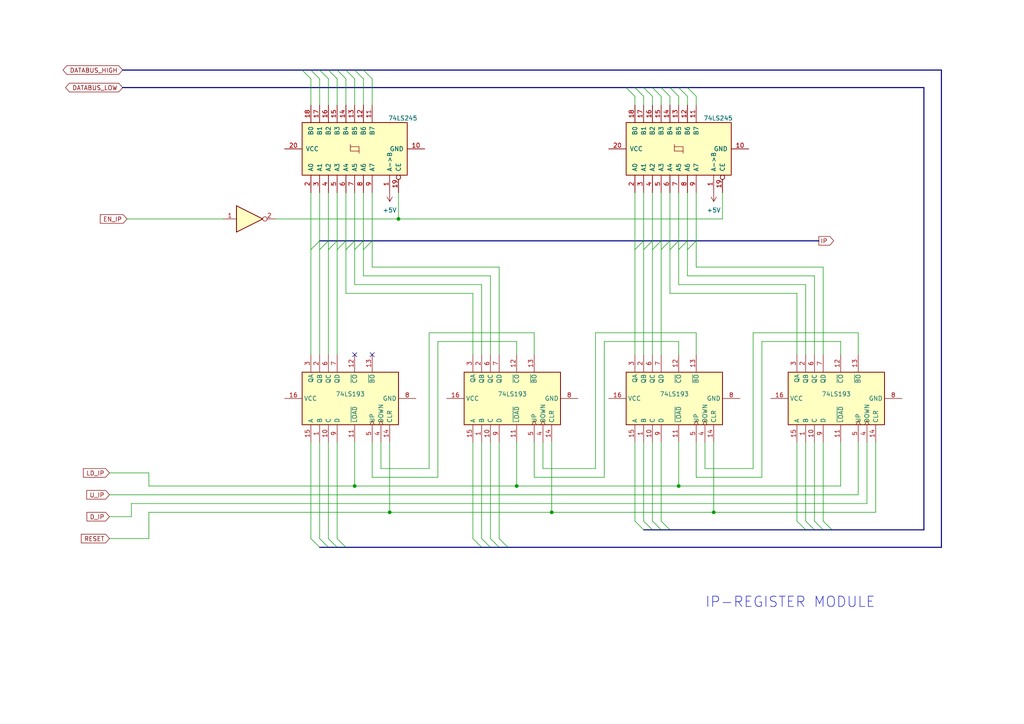
<source format=kicad_sch>
(kicad_sch (version 20230121) (generator eeschema)
  (paper "A4")
  (lib_symbols
    (symbol "74xx:74LS04"
      (property "Reference" "U" (at 0 1.27 0))
      (property "Value" "74LS04" (at 0 -1.27 0))
      (symbol "74LS04_1_0"
        (polyline (pts (xy -3.81 3.81) (xy -3.81 -3.81) (xy 3.81 0) (xy -3.81 3.81)) (stroke (width 0.254)) (fill (type background)))
        (pin input line (at -7.62 0 0) (length 3.81) (name "~") (number "1"))
        (pin output inverted (at 7.62 0 180) (length 3.81) (name "~") (number "2"))
      )
      (symbol "74LS04_2_0"
        (polyline (pts (xy -3.81 3.81) (xy -3.81 -3.81) (xy 3.81 0) (xy -3.81 3.81)) (stroke (width 0.254)) (fill (type background)))
        (pin input line (at -7.62 0 0) (length 3.81) (name "~") (number "3"))
        (pin output inverted (at 7.62 0 180) (length 3.81) (name "~") (number "4"))
      )
      (symbol "74LS04_3_0"
        (polyline (pts (xy -3.81 3.81) (xy -3.81 -3.81) (xy 3.81 0) (xy -3.81 3.81)) (stroke (width 0.254)) (fill (type background)))
        (pin input line (at -7.62 0 0) (length 3.81) (name "~") (number "5"))
        (pin output inverted (at 7.62 0 180) (length 3.81) (name "~") (number "6"))
      )
      (symbol "74LS04_4_0"
        (polyline (pts (xy -3.81 3.81) (xy -3.81 -3.81) (xy 3.81 0) (xy -3.81 3.81)) (stroke (width 0.254)) (fill (type background)))
        (pin output inverted (at 7.62 0 180) (length 3.81) (name "~") (number "8"))
        (pin input line (at -7.62 0 0) (length 3.81) (name "~") (number "9"))
      )
      (symbol "74LS04_5_0"
        (polyline (pts (xy -3.81 3.81) (xy -3.81 -3.81) (xy 3.81 0) (xy -3.81 3.81)) (stroke (width 0.254)) (fill (type background)))
        (pin output inverted (at 7.62 0 180) (length 3.81) (name "~") (number "10"))
        (pin input line (at -7.62 0 0) (length 3.81) (name "~") (number "11"))
      )
      (symbol "74LS04_6_0"
        (polyline (pts (xy -3.81 3.81) (xy -3.81 -3.81) (xy 3.81 0) (xy -3.81 3.81)) (stroke (width 0.254)) (fill (type background)))
        (pin output inverted (at 7.62 0 180) (length 3.81) (name "~") (number "12"))
        (pin input line (at -7.62 0 0) (length 3.81) (name "~") (number "13"))
      )
      (symbol "74LS04_7_0"
        (pin power_in line (at 0 12.7 270) (length 5.08) (name "VCC") (number "14"))
        (pin power_in line (at 0 -12.7 90) (length 5.08) (name "GND") (number "7"))
      )
      (symbol "74LS04_7_1"
        (rectangle (start -5.08 7.62) (end 5.08 -7.62) (stroke (width 0.254)) (fill (type background)))
      )
    )
    (symbol "74xx:74LS193"
      (property "Reference" "U" (at -7.62 13.97 0))
      (property "Value" "74LS193" (at 5.08 13.97 0))
      (symbol "74LS193_1_0"
        (pin input line (at -12.7 7.62 0) (length 5.08) (name "B") (number "1"))
        (pin input line (at -12.7 5.08 0) (length 5.08) (name "C") (number "10"))
        (pin input line (at -12.7 -2.54 0) (length 5.08) (name "~{LOAD}") (number "11"))
        (pin output line (at 12.7 -2.54 180) (length 5.08) (name "~{CO}") (number "12"))
        (pin output line (at 12.7 -7.62 180) (length 5.08) (name "~{BO}") (number "13"))
        (pin input line (at -12.7 -12.7 0) (length 5.08) (name "CLR") (number "14"))
        (pin input line (at -12.7 10.16 0) (length 5.08) (name "A") (number "15"))
        (pin power_in line (at 0 17.78 270) (length 5.08) (name "VCC") (number "16"))
        (pin output line (at 12.7 7.62 180) (length 5.08) (name "QB") (number "2"))
        (pin output line (at 12.7 10.16 180) (length 5.08) (name "QA") (number "3"))
        (pin input clock (at -12.7 -10.16 0) (length 5.08) (name "DOWN") (number "4"))
        (pin input clock (at -12.7 -7.62 0) (length 5.08) (name "UP") (number "5"))
        (pin output line (at 12.7 5.08 180) (length 5.08) (name "QC") (number "6"))
        (pin output line (at 12.7 2.54 180) (length 5.08) (name "QD") (number "7"))
        (pin power_in line (at 0 -20.32 90) (length 5.08) (name "GND") (number "8"))
        (pin input line (at -12.7 2.54 0) (length 5.08) (name "D") (number "9"))
      )
      (symbol "74LS193_1_1"
        (rectangle (start -7.62 12.7) (end 7.62 -15.24) (stroke (width 0.254)) (fill (type background)))
      )
    )
    (symbol "74xx:74LS245" (pin_names (offset 1.016))
      (property "Reference" "U" (at -7.62 16.51 0))
      (property "Value" "74LS245" (at -7.62 -16.51 0))
      (symbol "74LS245_1_0"
        (polyline (pts (xy -0.635 -1.27) (xy -0.635 1.27) (xy 0.635 1.27)))
        (polyline (pts (xy -1.27 -1.27) (xy 0.635 -1.27) (xy 0.635 1.27) (xy 1.27 1.27)))
        (pin input line (at -12.7 -10.16 0) (length 5.08) (name "A->B") (number "1"))
        (pin power_in line (at 0 -20.32 90) (length 5.08) (name "GND") (number "10"))
        (pin tri_state line (at 12.7 -5.08 180) (length 5.08) (name "B7") (number "11"))
        (pin tri_state line (at 12.7 -2.54 180) (length 5.08) (name "B6") (number "12"))
        (pin tri_state line (at 12.7 0 180) (length 5.08) (name "B5") (number "13"))
        (pin tri_state line (at 12.7 2.54 180) (length 5.08) (name "B4") (number "14"))
        (pin tri_state line (at 12.7 5.08 180) (length 5.08) (name "B3") (number "15"))
        (pin tri_state line (at 12.7 7.62 180) (length 5.08) (name "B2") (number "16"))
        (pin tri_state line (at 12.7 10.16 180) (length 5.08) (name "B1") (number "17"))
        (pin tri_state line (at 12.7 12.7 180) (length 5.08) (name "B0") (number "18"))
        (pin input inverted (at -12.7 -12.7 0) (length 5.08) (name "CE") (number "19"))
        (pin tri_state line (at -12.7 12.7 0) (length 5.08) (name "A0") (number "2"))
        (pin power_in line (at 0 20.32 270) (length 5.08) (name "VCC") (number "20"))
        (pin tri_state line (at -12.7 10.16 0) (length 5.08) (name "A1") (number "3"))
        (pin tri_state line (at -12.7 7.62 0) (length 5.08) (name "A2") (number "4"))
        (pin tri_state line (at -12.7 5.08 0) (length 5.08) (name "A3") (number "5"))
        (pin tri_state line (at -12.7 2.54 0) (length 5.08) (name "A4") (number "6"))
        (pin tri_state line (at -12.7 0 0) (length 5.08) (name "A5") (number "7"))
        (pin tri_state line (at -12.7 -2.54 0) (length 5.08) (name "A6") (number "8"))
        (pin tri_state line (at -12.7 -5.08 0) (length 5.08) (name "A7") (number "9"))
      )
      (symbol "74LS245_1_1"
        (rectangle (start -7.62 15.24) (end 7.62 -15.24) (stroke (width 0.254)) (fill (type background)))
      )
    )
    (symbol "power:+5V" (power) (pin_names (offset 0))
      (property "Value" "+5V" (at 0 3.556 0))
      (symbol "+5V_0_1"
        (polyline (pts (xy -0.762 1.27) (xy 0 2.54)))
        (polyline (pts (xy 0 0) (xy 0 2.54)))
        (polyline (pts (xy 0 2.54) (xy 0.762 1.27)))
      )
      (symbol "+5V_1_1"
        (pin power_in line (at 0 0 90) (length 0) hide (name "+5V") (number "1"))
      )
    )
  )
  (junction (at 115.57 63.5))
  (junction (at 196.85 140.97))
  (junction (at 160.02 148.59))
  (junction (at 102.87 140.97))
  (junction (at 149.86 140.97))
  (junction (at 207.01 148.59))
  (junction (at 113.03 148.59))
  (no_connect (at 107.95 102.87))
  (no_connect (at 102.87 102.87))
  (bus_entry (at 100.33 20.32) (size 2.54 2.54))
  (bus_entry (at 196.85 72.39) (size 2.54 -2.54))
  (bus_entry (at 194.31 72.39) (size 2.54 -2.54))
  (bus_entry (at 97.79 72.39) (size 2.54 -2.54))
  (bus_entry (at 97.79 158.75) (size -2.54 -2.54))
  (bus_entry (at 92.71 72.39) (size 2.54 -2.54))
  (bus_entry (at 189.23 25.4) (size 2.54 2.54))
  (bus_entry (at 194.31 25.4) (size 2.54 2.54))
  (bus_entry (at 191.77 153.67) (size -2.54 -2.54))
  (bus_entry (at 97.79 20.32) (size 2.54 2.54))
  (bus_entry (at 139.7 158.75) (size -2.54 -2.54))
  (bus_entry (at 90.17 20.32) (size 2.54 2.54))
  (bus_entry (at 241.3 153.67) (size -2.54 -2.54))
  (bus_entry (at 95.25 72.39) (size 2.54 -2.54))
  (bus_entry (at 95.25 158.75) (size -2.54 -2.54))
  (bus_entry (at 100.33 158.75) (size -2.54 -2.54))
  (bus_entry (at 199.39 25.4) (size 2.54 2.54))
  (bus_entry (at 181.61 25.4) (size 2.54 2.54))
  (bus_entry (at 87.63 20.32) (size 2.54 2.54))
  (bus_entry (at 105.41 20.32) (size 2.54 2.54))
  (bus_entry (at 102.87 20.32) (size 2.54 2.54))
  (bus_entry (at 92.71 20.32) (size 2.54 2.54))
  (bus_entry (at 184.15 25.4) (size 2.54 2.54))
  (bus_entry (at 95.25 20.32) (size 2.54 2.54))
  (bus_entry (at 184.15 72.39) (size 2.54 -2.54))
  (bus_entry (at 189.23 153.67) (size -2.54 -2.54))
  (bus_entry (at 186.69 153.67) (size -2.54 -2.54))
  (bus_entry (at 92.71 158.75) (size -2.54 -2.54))
  (bus_entry (at 100.33 72.39) (size 2.54 -2.54))
  (bus_entry (at 105.41 72.39) (size 2.54 -2.54))
  (bus_entry (at 238.76 153.67) (size -2.54 -2.54))
  (bus_entry (at 194.31 153.67) (size -2.54 -2.54))
  (bus_entry (at 233.68 153.67) (size -2.54 -2.54))
  (bus_entry (at 189.23 72.39) (size 2.54 -2.54))
  (bus_entry (at 191.77 25.4) (size 2.54 2.54))
  (bus_entry (at 236.22 153.67) (size -2.54 -2.54))
  (bus_entry (at 199.39 72.39) (size 2.54 -2.54))
  (bus_entry (at 90.17 72.39) (size 2.54 -2.54))
  (bus_entry (at 102.87 72.39) (size 2.54 -2.54))
  (bus_entry (at 147.32 158.75) (size -2.54 -2.54))
  (bus_entry (at 142.24 158.75) (size -2.54 -2.54))
  (bus_entry (at 186.69 25.4) (size 2.54 2.54))
  (bus_entry (at 196.85 25.4) (size 2.54 2.54))
  (bus_entry (at 191.77 72.39) (size 2.54 -2.54))
  (bus_entry (at 186.69 72.39) (size 2.54 -2.54))
  (bus_entry (at 144.78 158.75) (size -2.54 -2.54))
  (wire (pts (xy 115.57 63.5) (xy 115.57 55.88)))
  (wire (pts (xy 209.55 63.5) (xy 209.55 55.88)))
  (wire (pts (xy 43.18 137.16) (xy 43.18 140.97)))
  (wire (pts (xy 105.41 22.86) (xy 105.41 30.48)))
  (wire (pts (xy 107.95 22.86) (xy 107.95 30.48)))
  (wire (pts (xy 196.85 55.88) (xy 196.85 69.85)))
  (wire (pts (xy 199.39 55.88) (xy 199.39 69.85)))
  (wire (pts (xy 160.02 148.59) (xy 207.01 148.59)))
  (bus (pts (xy 95.25 69.85) (xy 97.79 69.85)))
  (wire (pts (xy 196.85 128.27) (xy 196.85 140.97)))
  (wire (pts (xy 248.92 128.27) (xy 248.92 143.51)))
  (wire (pts (xy 105.41 80.01) (xy 142.24 80.01)))
  (wire (pts (xy 142.24 128.27) (xy 142.24 156.21)))
  (bus (pts (xy 105.41 69.85) (xy 107.95 69.85)))
  (wire (pts (xy 220.98 138.43) (xy 201.93 138.43)))
  (wire (pts (xy 92.71 72.39) (xy 92.71 102.87)))
  (wire (pts (xy 243.84 99.06) (xy 220.98 99.06)))
  (wire (pts (xy 186.69 55.88) (xy 186.69 69.85)))
  (bus (pts (xy 186.69 153.67) (xy 189.23 153.67)))
  (wire (pts (xy 186.69 72.39) (xy 186.69 102.87)))
  (wire (pts (xy 238.76 77.47) (xy 238.76 102.87)))
  (wire (pts (xy 113.03 128.27) (xy 113.03 148.59)))
  (wire (pts (xy 105.41 72.39) (xy 105.41 80.01)))
  (bus (pts (xy 196.85 69.85) (xy 199.39 69.85)))
  (wire (pts (xy 43.18 156.21) (xy 43.18 148.59)))
  (wire (pts (xy 236.22 80.01) (xy 236.22 102.87)))
  (wire (pts (xy 95.25 22.86) (xy 95.25 30.48)))
  (wire (pts (xy 175.26 99.06) (xy 175.26 138.43)))
  (wire (pts (xy 95.25 55.88) (xy 95.25 69.85)))
  (bus (pts (xy 194.31 69.85) (xy 196.85 69.85)))
  (wire (pts (xy 233.68 82.55) (xy 233.68 102.87)))
  (wire (pts (xy 137.16 85.09) (xy 137.16 102.87)))
  (wire (pts (xy 43.18 148.59) (xy 113.03 148.59)))
  (wire (pts (xy 110.49 135.89) (xy 124.46 135.89)))
  (wire (pts (xy 107.95 138.43) (xy 107.95 128.27)))
  (bus (pts (xy 147.32 158.75) (xy 273.05 158.75)))
  (wire (pts (xy 102.87 140.97) (xy 149.86 140.97)))
  (wire (pts (xy 204.47 135.89) (xy 218.44 135.89)))
  (wire (pts (xy 194.31 85.09) (xy 231.14 85.09)))
  (bus (pts (xy 100.33 20.32) (xy 102.87 20.32)))
  (wire (pts (xy 201.93 55.88) (xy 201.93 69.85)))
  (wire (pts (xy 175.26 138.43) (xy 154.94 138.43)))
  (wire (pts (xy 105.41 69.85) (xy 105.41 72.39)))
  (bus (pts (xy 186.69 25.4) (xy 189.23 25.4)))
  (wire (pts (xy 92.71 22.86) (xy 92.71 30.48)))
  (bus (pts (xy 201.93 69.85) (xy 237.49 69.85)))
  (wire (pts (xy 43.18 140.97) (xy 102.87 140.97)))
  (bus (pts (xy 92.71 69.85) (xy 95.25 69.85)))
  (bus (pts (xy 186.69 69.85) (xy 189.23 69.85)))
  (wire (pts (xy 102.87 128.27) (xy 102.87 140.97)))
  (wire (pts (xy 100.33 69.85) (xy 100.33 72.39)))
  (wire (pts (xy 191.77 27.94) (xy 191.77 30.48)))
  (bus (pts (xy 196.85 25.4) (xy 199.39 25.4)))
  (wire (pts (xy 191.77 55.88) (xy 191.77 69.85)))
  (wire (pts (xy 196.85 99.06) (xy 175.26 99.06)))
  (wire (pts (xy 243.84 128.27) (xy 243.84 140.97)))
  (bus (pts (xy 236.22 153.67) (xy 238.76 153.67)))
  (bus (pts (xy 181.61 25.4) (xy 184.15 25.4)))
  (wire (pts (xy 184.15 55.88) (xy 184.15 72.39)))
  (wire (pts (xy 105.41 55.88) (xy 105.41 69.85)))
  (wire (pts (xy 97.79 22.86) (xy 97.79 30.48)))
  (wire (pts (xy 139.7 128.27) (xy 139.7 156.21)))
  (wire (pts (xy 218.44 96.52) (xy 248.92 96.52)))
  (wire (pts (xy 149.86 140.97) (xy 196.85 140.97)))
  (wire (pts (xy 196.85 102.87) (xy 196.85 99.06)))
  (bus (pts (xy 92.71 20.32) (xy 95.25 20.32)))
  (wire (pts (xy 38.1 149.86) (xy 38.1 146.05)))
  (wire (pts (xy 107.95 69.85) (xy 107.95 77.47)))
  (wire (pts (xy 160.02 128.27) (xy 160.02 148.59)))
  (wire (pts (xy 191.77 72.39) (xy 191.77 102.87)))
  (wire (pts (xy 189.23 128.27) (xy 189.23 151.13)))
  (bus (pts (xy 194.31 153.67) (xy 233.68 153.67)))
  (wire (pts (xy 110.49 128.27) (xy 110.49 135.89)))
  (wire (pts (xy 199.39 72.39) (xy 199.39 80.01)))
  (wire (pts (xy 194.31 72.39) (xy 194.31 85.09)))
  (wire (pts (xy 199.39 69.85) (xy 199.39 72.39)))
  (wire (pts (xy 184.15 72.39) (xy 184.15 102.87)))
  (bus (pts (xy 92.71 158.75) (xy 95.25 158.75)))
  (bus (pts (xy 191.77 25.4) (xy 194.31 25.4)))
  (wire (pts (xy 144.78 77.47) (xy 144.78 102.87)))
  (wire (pts (xy 194.31 55.88) (xy 194.31 69.85)))
  (wire (pts (xy 194.31 69.85) (xy 194.31 72.39)))
  (wire (pts (xy 189.23 72.39) (xy 189.23 102.87)))
  (wire (pts (xy 172.72 135.89) (xy 157.48 135.89)))
  (wire (pts (xy 100.33 85.09) (xy 137.16 85.09)))
  (bus (pts (xy 102.87 69.85) (xy 105.41 69.85)))
  (bus (pts (xy 100.33 158.75) (xy 139.7 158.75)))
  (wire (pts (xy 100.33 72.39) (xy 100.33 85.09)))
  (wire (pts (xy 220.98 99.06) (xy 220.98 138.43)))
  (wire (pts (xy 142.24 80.01) (xy 142.24 102.87)))
  (wire (pts (xy 196.85 72.39) (xy 196.85 82.55)))
  (bus (pts (xy 199.39 25.4) (xy 267.97 25.4)))
  (wire (pts (xy 201.93 96.52) (xy 172.72 96.52)))
  (wire (pts (xy 127 99.06) (xy 127 138.43)))
  (wire (pts (xy 191.77 69.85) (xy 191.77 72.39)))
  (wire (pts (xy 254 128.27) (xy 254 148.59)))
  (bus (pts (xy 97.79 158.75) (xy 100.33 158.75)))
  (wire (pts (xy 172.72 96.52) (xy 172.72 135.89)))
  (wire (pts (xy 31.75 149.86) (xy 38.1 149.86)))
  (wire (pts (xy 80.01 63.5) (xy 115.57 63.5)))
  (wire (pts (xy 196.85 140.97) (xy 243.84 140.97)))
  (wire (pts (xy 100.33 22.86) (xy 100.33 30.48)))
  (bus (pts (xy 90.17 20.32) (xy 92.71 20.32)))
  (wire (pts (xy 199.39 80.01) (xy 236.22 80.01)))
  (wire (pts (xy 113.03 148.59) (xy 160.02 148.59)))
  (wire (pts (xy 157.48 135.89) (xy 157.48 128.27)))
  (wire (pts (xy 31.75 143.51) (xy 248.92 143.51)))
  (bus (pts (xy 95.25 158.75) (xy 97.79 158.75)))
  (wire (pts (xy 31.75 137.16) (xy 43.18 137.16)))
  (wire (pts (xy 97.79 128.27) (xy 97.79 156.21)))
  (bus (pts (xy 194.31 25.4) (xy 196.85 25.4)))
  (bus (pts (xy 199.39 69.85) (xy 201.93 69.85)))
  (bus (pts (xy 241.3 153.67) (xy 267.97 153.67)))
  (wire (pts (xy 201.93 102.87) (xy 201.93 96.52)))
  (bus (pts (xy 238.76 153.67) (xy 241.3 153.67)))
  (wire (pts (xy 102.87 82.55) (xy 139.7 82.55)))
  (wire (pts (xy 233.68 128.27) (xy 233.68 151.13)))
  (wire (pts (xy 127 138.43) (xy 107.95 138.43)))
  (bus (pts (xy 144.78 158.75) (xy 147.32 158.75)))
  (wire (pts (xy 97.79 72.39) (xy 97.79 102.87)))
  (wire (pts (xy 231.14 128.27) (xy 231.14 151.13)))
  (wire (pts (xy 186.69 128.27) (xy 186.69 151.13)))
  (bus (pts (xy 191.77 69.85) (xy 194.31 69.85)))
  (wire (pts (xy 31.75 156.21) (xy 43.18 156.21)))
  (wire (pts (xy 154.94 96.52) (xy 154.94 102.87)))
  (wire (pts (xy 204.47 128.27) (xy 204.47 135.89)))
  (wire (pts (xy 194.31 27.94) (xy 194.31 30.48)))
  (wire (pts (xy 124.46 96.52) (xy 154.94 96.52)))
  (wire (pts (xy 201.93 27.94) (xy 201.93 30.48)))
  (wire (pts (xy 97.79 55.88) (xy 97.79 69.85)))
  (bus (pts (xy 105.41 20.32) (xy 273.05 20.32)))
  (bus (pts (xy 267.97 25.4) (xy 267.97 153.67)))
  (bus (pts (xy 142.24 158.75) (xy 144.78 158.75)))
  (bus (pts (xy 102.87 20.32) (xy 105.41 20.32)))
  (wire (pts (xy 149.86 99.06) (xy 127 99.06)))
  (wire (pts (xy 238.76 128.27) (xy 238.76 151.13)))
  (wire (pts (xy 191.77 128.27) (xy 191.77 151.13)))
  (wire (pts (xy 107.95 55.88) (xy 107.95 69.85)))
  (wire (pts (xy 102.87 22.86) (xy 102.87 30.48)))
  (wire (pts (xy 199.39 27.94) (xy 199.39 30.48)))
  (bus (pts (xy 139.7 158.75) (xy 142.24 158.75)))
  (bus (pts (xy 95.25 20.32) (xy 97.79 20.32)))
  (wire (pts (xy 92.71 128.27) (xy 92.71 156.21)))
  (wire (pts (xy 189.23 55.88) (xy 189.23 69.85)))
  (wire (pts (xy 196.85 69.85) (xy 196.85 72.39)))
  (bus (pts (xy 35.56 20.32) (xy 87.63 20.32)))
  (wire (pts (xy 92.71 69.85) (xy 92.71 72.39)))
  (bus (pts (xy 273.05 20.32) (xy 273.05 158.75)))
  (bus (pts (xy 35.56 25.4) (xy 181.61 25.4)))
  (wire (pts (xy 231.14 85.09) (xy 231.14 102.87)))
  (bus (pts (xy 189.23 153.67) (xy 191.77 153.67)))
  (bus (pts (xy 189.23 25.4) (xy 191.77 25.4)))
  (bus (pts (xy 233.68 153.67) (xy 236.22 153.67)))
  (wire (pts (xy 201.93 138.43) (xy 201.93 128.27)))
  (wire (pts (xy 38.1 146.05) (xy 251.46 146.05)))
  (wire (pts (xy 97.79 69.85) (xy 97.79 72.39)))
  (wire (pts (xy 102.87 72.39) (xy 102.87 82.55)))
  (wire (pts (xy 236.22 128.27) (xy 236.22 151.13)))
  (wire (pts (xy 149.86 128.27) (xy 149.86 140.97)))
  (wire (pts (xy 218.44 135.89) (xy 218.44 96.52)))
  (wire (pts (xy 207.01 148.59) (xy 254 148.59)))
  (wire (pts (xy 100.33 55.88) (xy 100.33 69.85)))
  (wire (pts (xy 184.15 128.27) (xy 184.15 151.13)))
  (wire (pts (xy 90.17 72.39) (xy 90.17 102.87)))
  (wire (pts (xy 115.57 63.5) (xy 209.55 63.5)))
  (wire (pts (xy 243.84 102.87) (xy 243.84 99.06)))
  (wire (pts (xy 196.85 27.94) (xy 196.85 30.48)))
  (wire (pts (xy 90.17 55.88) (xy 90.17 72.39)))
  (bus (pts (xy 97.79 20.32) (xy 100.33 20.32)))
  (wire (pts (xy 201.93 77.47) (xy 238.76 77.47)))
  (wire (pts (xy 201.93 69.85) (xy 201.93 77.47)))
  (wire (pts (xy 207.01 128.27) (xy 207.01 148.59)))
  (bus (pts (xy 100.33 69.85) (xy 102.87 69.85)))
  (wire (pts (xy 107.95 77.47) (xy 144.78 77.47)))
  (bus (pts (xy 107.95 69.85) (xy 186.69 69.85)))
  (wire (pts (xy 102.87 69.85) (xy 102.87 72.39)))
  (wire (pts (xy 102.87 55.88) (xy 102.87 69.85)))
  (bus (pts (xy 97.79 69.85) (xy 100.33 69.85)))
  (wire (pts (xy 186.69 27.94) (xy 186.69 30.48)))
  (wire (pts (xy 95.25 128.27) (xy 95.25 156.21)))
  (bus (pts (xy 87.63 20.32) (xy 90.17 20.32)))
  (wire (pts (xy 144.78 128.27) (xy 144.78 156.21)))
  (wire (pts (xy 90.17 22.86) (xy 90.17 30.48)))
  (wire (pts (xy 251.46 128.27) (xy 251.46 146.05)))
  (wire (pts (xy 186.69 69.85) (xy 186.69 72.39)))
  (wire (pts (xy 90.17 128.27) (xy 90.17 156.21)))
  (wire (pts (xy 139.7 82.55) (xy 139.7 102.87)))
  (wire (pts (xy 92.71 55.88) (xy 92.71 69.85)))
  (wire (pts (xy 154.94 138.43) (xy 154.94 128.27)))
  (wire (pts (xy 196.85 82.55) (xy 233.68 82.55)))
  (wire (pts (xy 184.15 27.94) (xy 184.15 30.48)))
  (wire (pts (xy 189.23 69.85) (xy 189.23 72.39)))
  (wire (pts (xy 248.92 96.52) (xy 248.92 102.87)))
  (wire (pts (xy 95.25 69.85) (xy 95.25 72.39)))
  (wire (pts (xy 36.83 63.5) (xy 64.77 63.5)))
  (bus (pts (xy 191.77 153.67) (xy 194.31 153.67)))
  (wire (pts (xy 124.46 135.89) (xy 124.46 96.52)))
  (wire (pts (xy 149.86 102.87) (xy 149.86 99.06)))
  (wire (pts (xy 95.25 72.39) (xy 95.25 102.87)))
  (bus (pts (xy 184.15 25.4) (xy 186.69 25.4)))
  (wire (pts (xy 137.16 128.27) (xy 137.16 156.21)))
  (wire (pts (xy 189.23 27.94) (xy 189.23 30.48)))
  (bus (pts (xy 189.23 69.85) (xy 191.77 69.85)))
  (text "IP-REGISTER MODULE" (at 204.47 176.53 0) (effects (font (size 3 3)) (justify left bottom)))
  (global_label "EN_IP" (shape input) (at 36.83 63.5 180) (property "Intersheetrefs" "${INTERSHEET_REFS}" (effects hide)))
  (global_label "IP" (shape output) (at 237.49 69.85 0) (property "Intersheetrefs" "${INTERSHEET_REFS}" (effects hide)))
  (global_label "DATABUS_LOW" (shape bidirectional) (at 35.56 25.4 180) (property "Intersheetrefs" "${INTERSHEET_REFS}" (effects hide)))
  (global_label "D_IP" (shape input) (at 31.75 149.86 180) (property "Intersheetrefs" "${INTERSHEET_REFS}" (effects hide)))
  (global_label "U_IP" (shape input) (at 31.75 143.51 180) (property "Intersheetrefs" "${INTERSHEET_REFS}" (effects hide)))
  (global_label "LD_IP" (shape input) (at 31.75 137.16 180) (property "Intersheetrefs" "${INTERSHEET_REFS}" (effects hide)))
  (global_label "RESET" (shape input) (at 31.75 156.21 180) (property "Intersheetrefs" "${INTERSHEET_REFS}" (effects hide)))
  (global_label "DATABUS_HIGH" (shape bidirectional) (at 35.56 20.32 180) (property "Intersheetrefs" "${INTERSHEET_REFS}" (effects hide)))
  (symbol (lib_id "74xx:74LS193") (at 100.33 115.57 90) (unit 1)
    (property "Reference" "U7" (effects hide))
    (property "Value" "74LS193" (at 101.6 114.3 90))
    (property "Datasheet" "http://www.ti.com/lit/ds/symlink/sn74ls193.pdf" (effects hide))
  )
  (symbol (lib_id "power:+5V") (at 207.01 55.88 180) (unit 1)
    (property "Reference" "#PWR019" (effects hide))
    (property "Value" "+5V" (at 207.01 60.96 0))
  )
  (symbol (lib_id "74xx:74LS193") (at 147.32 115.57 90) (unit 1)
    (property "Reference" "U12" (effects hide))
    (property "Value" "74LS193" (at 148.59 114.3 90))
    (property "Datasheet" "http://www.ti.com/lit/ds/symlink/sn74ls193.pdf" (effects hide))
  )
  (symbol (lib_id "74xx:74LS245") (at 102.87 43.18 90) (unit 1)
    (property "Reference" "U11" (effects hide))
    (property "Value" "74LS245" (at 116.84 34.29 90))
    (property "Datasheet" "http://www.ti.com/lit/gpn/sn74LS245" (effects hide))
  )
  (symbol (lib_id "74xx:74LS04") (at 72.39 63.5 0) (unit 1)
    (property "Reference" "U6" (effects hide))
    (property "Value" "74LS04" (effects hide))
    (property "Datasheet" "http://www.ti.com/lit/gpn/sn74LS04" (effects hide))
  )
  (symbol (lib_id "power:+5V") (at 113.03 55.88 180) (unit 1)
    (property "Reference" "#PWR016" (effects hide))
    (property "Value" "+5V" (at 113.03 60.96 0))
  )
  (symbol (lib_id "74xx:74LS193") (at 241.3 115.57 90) (unit 1)
    (property "Reference" "U15" (effects hide))
    (property "Value" "74LS193" (at 242.57 114.3 90))
    (property "Datasheet" "http://www.ti.com/lit/ds/symlink/sn74ls193.pdf" (effects hide))
  )
  (symbol (lib_id "74xx:74LS193") (at 194.31 115.57 90) (unit 1)
    (property "Reference" "U13" (effects hide))
    (property "Value" "74LS193" (at 195.58 114.3 90))
    (property "Datasheet" "http://www.ti.com/lit/ds/symlink/sn74ls193.pdf" (effects hide))
  )
  (symbol (lib_id "74xx:74LS245") (at 196.85 43.18 90) (unit 1)
    (property "Reference" "U14" (effects hide))
    (property "Value" "74LS245" (at 208.28 34.29 90))
    (property "Datasheet" "http://www.ti.com/lit/gpn/sn74LS245" (effects hide))
  )
)
</source>
